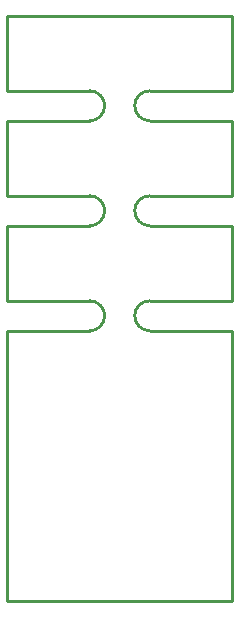
<source format=gbr>
G04 start of page 4 for group 2 idx 2 *
G04 Title: (unknown), outline *
G04 Creator: pcb 20140316 *
G04 CreationDate: Sat 14 Dec 2019 03:41:57 AM GMT UTC *
G04 For: railfan *
G04 Format: Gerber/RS-274X *
G04 PCB-Dimensions (mil): 900.00 2000.00 *
G04 PCB-Coordinate-Origin: lower left *
%MOIN*%
%FSLAX25Y25*%
%LNOUTLINE*%
%ADD29C,0.0100*%
G54D29*X82500Y199000D02*Y174000D01*
X55000D02*X82500D01*
Y164000D02*Y139000D01*
X55000D02*X82500D01*
X55000Y164000D02*X82500D01*
X7500Y199000D02*Y174000D01*
X82500Y199000D02*X7500D01*
Y174000D02*X35000D01*
X7500Y164000D02*Y139000D01*
X35000D01*
X7500Y164000D02*X35000D01*
X7500Y129000D02*Y104000D01*
Y94000D02*Y4000D01*
X82500Y129000D02*Y104000D01*
X7500Y129000D02*X35000D01*
X7500Y104000D02*X35000D01*
Y94000D02*X7500D01*
Y4000D02*X82500D01*
Y94000D01*
X55000D01*
Y129000D02*X82500D01*
X55000Y104000D02*X82500D01*
X50000Y134000D02*G75*G03X55000Y129000I5000J0D01*G01*
X50000Y134000D02*G75*G02X55000Y139000I5000J0D01*G01*
X40000Y134000D02*G75*G02X35000Y129000I-5000J0D01*G01*
X40000Y134000D02*G75*G03X35000Y139000I-5000J0D01*G01*
X50000Y169000D02*G75*G03X55000Y164000I5000J0D01*G01*
X50000Y169000D02*G75*G02X55000Y174000I5000J0D01*G01*
X40000Y169000D02*G75*G02X35000Y164000I-5000J0D01*G01*
X40000Y169000D02*G75*G03X35000Y174000I-5000J0D01*G01*
X50000Y99000D02*G75*G03X55000Y94000I5000J0D01*G01*
X50000Y99000D02*G75*G02X55000Y104000I5000J0D01*G01*
X40000Y99000D02*G75*G02X35000Y94000I-5000J0D01*G01*
X40000Y99000D02*G75*G03X35000Y104000I-5000J0D01*G01*
M02*

</source>
